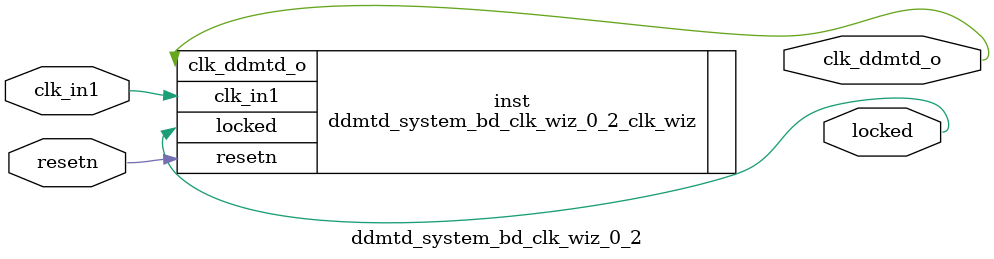
<source format=v>


`timescale 1ps/1ps

(* CORE_GENERATION_INFO = "ddmtd_system_bd_clk_wiz_0_2,clk_wiz_v6_0_16_0_0,{component_name=ddmtd_system_bd_clk_wiz_0_2,use_phase_alignment=false,use_min_o_jitter=false,use_max_i_jitter=false,use_dyn_phase_shift=false,use_inclk_switchover=false,use_dyn_reconfig=false,enable_axi=0,feedback_source=FDBK_AUTO,PRIMITIVE=MMCM,num_out_clk=1,clkin1_period=10.000,clkin2_period=10.000,use_power_down=false,use_reset=true,use_locked=true,use_inclk_stopped=false,feedback_type=SINGLE,CLOCK_MGR_TYPE=NA,manual_override=false}" *)

module ddmtd_system_bd_clk_wiz_0_2 
 (
  // Clock out ports
  output        clk_ddmtd_o,
  // Status and control signals
  input         resetn,
  output        locked,
 // Clock in ports
  input         clk_in1
 );

  ddmtd_system_bd_clk_wiz_0_2_clk_wiz inst
  (
  // Clock out ports  
  .clk_ddmtd_o(clk_ddmtd_o),
  // Status and control signals               
  .resetn(resetn), 
  .locked(locked),
 // Clock in ports
  .clk_in1(clk_in1)
  );

endmodule

</source>
